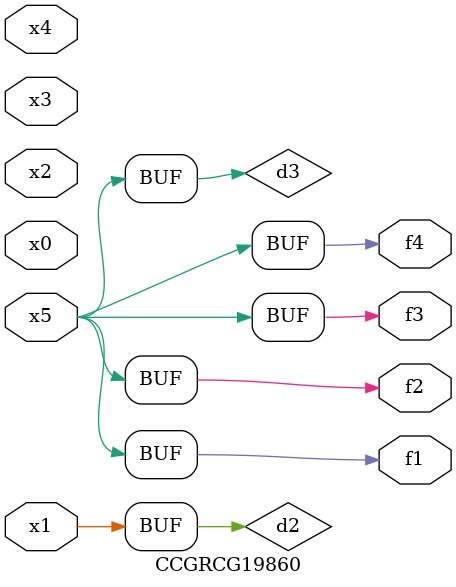
<source format=v>
module CCGRCG19860(
	input x0, x1, x2, x3, x4, x5,
	output f1, f2, f3, f4
);

	wire d1, d2, d3;

	not (d1, x5);
	or (d2, x1);
	xnor (d3, d1);
	assign f1 = d3;
	assign f2 = d3;
	assign f3 = d3;
	assign f4 = d3;
endmodule

</source>
